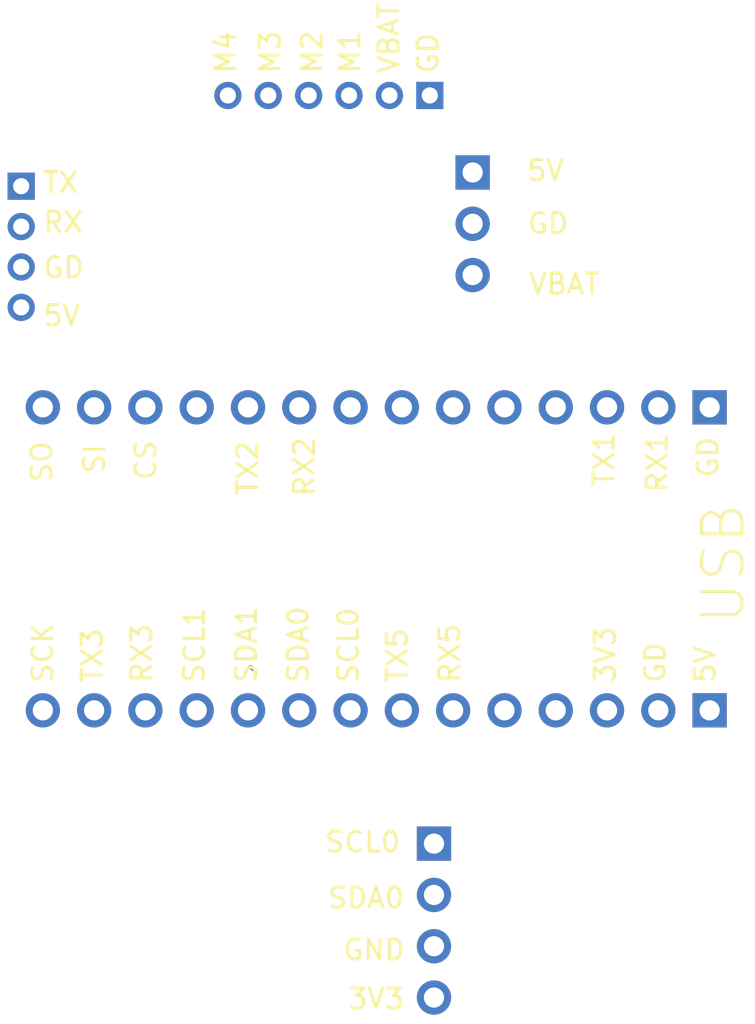
<source format=kicad_pcb>
(kicad_pcb (version 20241229) (generator "pcbnew") (generator_version "9.0")
  (layers (0 "F.Cu" signal) (2 "B.Cu" signal) (13 "F.Paste" user) (15 "B.Paste" user) (5 "F.SilkS" user "F.Silkscreen") (7 "B.SilkS" user "B.Silkscreen") (1 "F.Mask" user) (3 "B.Mask" user) (25 "Edge.Cuts" user))
  (net 0 "")
  (net 1 "/CS")
  (net 2 "/MOSI")
  (net 4 "/GND")
  (net 6 "/MISO")
  (net 7 "/3V3")
  (net 9 "/SCK")
  (net 10 "/RX1")
  (net 12 "/RX2")
  (net 15 "/TX2")
  (net 18 "/TX1")
  (net 19 "/5V")
  (net 20 "/TX5")
  (net 21 "/RX5")
  (net 22 "/RX3")
  (net 23 "/SCL1")
  (net 24 "/SDA0")
  (net 25 "/TX3")
  (net 26 "/SDA1")
  (net 27 "/SCL0")
  (net 28 "/VBAT")
  (net 29 "/M3")
  (net 30 "/M2")
  (net 31 "/M1")
  (net 32 "/M4")
  (net 33 "/TX")
  (net 34 "/RX")
  (footprint "MountingHole:MountingHole_2.5mm" (layer "F.Cu") (at 135.625 73.475)
    (property "Reference" "H1" (hide yes))
    (property "Value" "MountingHole" (hide yes))
    (pad "" np_thru_hole circle (at 0 0) (size 2.5 2.5) (drill 2.5) (layers "*.Cu" "*.Mask"))
  )
  (footprint "Connector_PinHeader_2.00mm:PinHeader_1x06_P2.00mm_Vertical" (layer "F.Cu") (at 148.144013 60.808556 -90)
    (property "Reference" "J5" (hide yes))
    (property "Value" "Conn_01x06_Pin" (hide yes))
    (pad "1" thru_hole rect (at 0 0 270) (size 1.35 1.35) (drill 0.8) (layers "*.Cu" "*.Mask") (net 4 "/GND"))
    (pad "2" thru_hole circle (at 0 2 270) (size 1.35 1.35) (drill 0.8) (layers "*.Cu" "*.Mask") (net 28 "/VBAT"))
    (pad "3" thru_hole circle (at 0 4 270) (size 1.35 1.35) (drill 0.8) (layers "*.Cu" "*.Mask") (net 31 "/M1"))
    (pad "4" thru_hole circle (at 0 6 270) (size 1.35 1.35) (drill 0.8) (layers "*.Cu" "*.Mask") (net 30 "/M2"))
    (pad "5" thru_hole circle (at 0 8 270) (size 1.35 1.35) (drill 0.8) (layers "*.Cu" "*.Mask") (net 29 "/M3"))
    (pad "6" thru_hole circle (at 0 10 270) (size 1.35 1.35) (drill 0.8) (layers "*.Cu" "*.Mask") (net 32 "/M4"))
  )
  (footprint "MountingHole:MountingHole_2.5mm" (layer "F.Cu") (at 156.125 93.975)
    (property "Reference" "H3" (hide yes))
    (property "Value" "MountingHole" (hide yes))
    (pad "" np_thru_hole circle (at -0.125 0) (size 2.5 2.5) (drill 2.5) (layers "*.Cu" "*.Mask"))
  )
  (footprint "Connector_PinHeader_2.00mm:PinHeader_1x04_P2.00mm_Vertical" (layer "F.Cu") (at 127.908715 65.299896)
    (property "Reference" "J6" (hide yes))
    (property "Value" "Conn_01x04_Socket" (hide yes))
    (pad "1" thru_hole rect (at 0 0) (size 1.35 1.35) (drill 0.8) (layers "*.Cu" "*.Mask") (net 33 "/TX"))
    (pad "2" thru_hole circle (at 0 2) (size 1.35 1.35) (drill 0.8) (layers "*.Cu" "*.Mask") (net 34 "/RX"))
    (pad "3" thru_hole circle (at 0 4) (size 1.35 1.35) (drill 0.8) (layers "*.Cu" "*.Mask") (net 4 "/GND"))
    (pad "4" thru_hole circle (at 0 6) (size 1.35 1.35) (drill 0.8) (layers "*.Cu" "*.Mask") (net 19 "/5V"))
  )
  (footprint "Connector_PinHeader_2.54mm:PinHeader_1x03_P2.54mm_Vertical" (layer "F.Cu") (at 150.265339 64.621429)
    (property "Reference" "J4" (hide yes))
    (property "Value" "Conn_01x03_Socket" (hide yes))
    (pad "1" thru_hole rect (at 0 0) (size 1.7 1.7) (drill 1) (layers "*.Cu" "*.Mask") (net 19 "/5V"))
    (pad "2" thru_hole circle (at 0 2.54) (size 1.7 1.7) (drill 1) (layers "*.Cu" "*.Mask") (net 4 "/GND"))
    (pad "3" thru_hole circle (at 0 5.08) (size 1.7 1.7) (drill 1) (layers "*.Cu" "*.Mask") (net 28 "/VBAT"))
  )
  (footprint "Connector_PinSocket_2.54mm:PinSocket_1x14_P2.54mm_Vertical" (layer "F.Cu") (at 162 76.25 -90)
    (property "Reference" "J1" (hide yes))
    (property "Value" "Conn_01x14_Socket" (hide yes))
    (pad "1" thru_hole rect (at 0 0 270) (size 1.7 1.7) (drill 1) (layers "*.Cu" "*.Mask") (net 4 "/GND"))
    (pad "2" thru_hole circle (at 0 2.54 270) (size 1.7 1.7) (drill 1) (layers "*.Cu" "*.Mask") (net 10 "/RX1"))
    (pad "3" thru_hole circle (at 0 5.08 270) (size 1.7 1.7) (drill 1) (layers "*.Cu" "*.Mask") (net 18 "/TX1"))
    (pad "4" thru_hole circle (at 0 7.62 270) (size 1.7 1.7) (drill 1) (layers "*.Cu" "*.Mask"))
    (pad "5" thru_hole circle (at 0 10.16 270) (size 1.7 1.7) (drill 1) (layers "*.Cu" "*.Mask"))
    (pad "6" thru_hole circle (at 0 12.7 270) (size 1.7 1.7) (drill 1) (layers "*.Cu" "*.Mask"))
    (pad "7" thru_hole circle (at 0 15.24 270) (size 1.7 1.7) (drill 1) (layers "*.Cu" "*.Mask"))
    (pad "8" thru_hole circle (at 0 17.78 270) (size 1.7 1.7) (drill 1) (layers "*.Cu" "*.Mask"))
    (pad "9" thru_hole circle (at 0 20.32 270) (size 1.7 1.7) (drill 1) (layers "*.Cu" "*.Mask") (net 12 "/RX2"))
    (pad "10" thru_hole circle (at 0 22.86 270) (size 1.7 1.7) (drill 1) (layers "*.Cu" "*.Mask") (net 15 "/TX2"))
    (pad "11" thru_hole circle (at 0 25.4 270) (size 1.7 1.7) (drill 1) (layers "*.Cu" "*.Mask"))
    (pad "12" thru_hole circle (at 0 27.94 270) (size 1.7 1.7) (drill 1) (layers "*.Cu" "*.Mask") (net 1 "/CS"))
    (pad "13" thru_hole circle (at 0 30.48 270) (size 1.7 1.7) (drill 1) (layers "*.Cu" "*.Mask") (net 2 "/MOSI"))
    (pad "14" thru_hole circle (at 0 33.02 270) (size 1.7 1.7) (drill 1) (layers "*.Cu" "*.Mask") (net 6 "/MISO"))
  )
  (footprint "Connector_PinHeader_2.54mm:PinHeader_1x04_P2.54mm_Vertical" (layer "F.Cu") (at 148.350146 97.849986)
    (property "Reference" "J3" (hide yes))
    (property "Value" "Conn_01x04_Socket" (hide yes))
    (pad "1" thru_hole rect (at 0 0) (size 1.7 1.7) (drill 1) (layers "*.Cu" "*.Mask") (net 27 "/SCL0"))
    (pad "2" thru_hole circle (at 0 2.54) (size 1.7 1.7) (drill 1) (layers "*.Cu" "*.Mask") (net 24 "/SDA0"))
    (pad "3" thru_hole circle (at 0 5.08) (size 1.7 1.7) (drill 1) (layers "*.Cu" "*.Mask") (net 4 "/GND"))
    (pad "4" thru_hole circle (at 0 7.62) (size 1.7 1.7) (drill 1) (layers "*.Cu" "*.Mask") (net 7 "/3V3"))
  )
  (footprint "Connector_PinSocket_2.54mm:PinSocket_1x14_P2.54mm_Vertical" (layer "F.Cu") (at 162 91.25 -90)
    (property "Reference" "J2" (hide yes))
    (property "Value" "Conn_01x14_Socket" (hide yes))
    (pad "1" thru_hole rect (at 0 0 270) (size 1.7 1.7) (drill 1) (layers "*.Cu" "*.Mask") (net 19 "/5V"))
    (pad "2" thru_hole circle (at 0 2.54 270) (size 1.7 1.7) (drill 1) (layers "*.Cu" "*.Mask") (net 4 "/GND"))
    (pad "3" thru_hole circle (at 0 5.08 270) (size 1.7 1.7) (drill 1) (layers "*.Cu" "*.Mask") (net 7 "/3V3"))
    (pad "4" thru_hole circle (at 0 7.62 270) (size 1.7 1.7) (drill 1) (layers "*.Cu" "*.Mask"))
    (pad "5" thru_hole circle (at 0 10.16 270) (size 1.7 1.7) (drill 1) (layers "*.Cu" "*.Mask"))
    (pad "6" thru_hole circle (at 0 12.7 270) (size 1.7 1.7) (drill 1) (layers "*.Cu" "*.Mask") (net 21 "/RX5"))
    (pad "7" thru_hole circle (at 0 15.24 270) (size 1.7 1.7) (drill 1) (layers "*.Cu" "*.Mask") (net 20 "/TX5"))
    (pad "8" thru_hole circle (at 0 17.78 270) (size 1.7 1.7) (drill 1) (layers "*.Cu" "*.Mask") (net 27 "/SCL0"))
    (pad "9" thru_hole circle (at 0 20.32 270) (size 1.7 1.7) (drill 1) (layers "*.Cu" "*.Mask") (net 24 "/SDA0"))
    (pad "10" thru_hole circle (at 0 22.86 270) (size 1.7 1.7) (drill 1) (layers "*.Cu" "*.Mask") (net 26 "/SDA1"))
    (pad "11" thru_hole circle (at 0 25.4 270) (size 1.7 1.7) (drill 1) (layers "*.Cu" "*.Mask") (net 23 "/SCL1"))
    (pad "12" thru_hole circle (at 0 27.94 270) (size 1.7 1.7) (drill 1) (layers "*.Cu" "*.Mask") (net 22 "/RX3"))
    (pad "13" thru_hole circle (at 0 30.48 270) (size 1.7 1.7) (drill 1) (layers "*.Cu" "*.Mask") (net 25 "/TX3"))
    (pad "14" thru_hole circle (at 0 33.02 270) (size 1.7 1.7) (drill 1) (layers "*.Cu" "*.Mask") (net 9 "/SCK"))
  )
  (footprint "MountingHole:MountingHole_2.5mm" (layer "F.Cu") (at 156.125 73.475)
    (property "Reference" "H2" (hide yes))
    (property "Value" "MountingHole" (hide yes))
    (pad "" np_thru_hole circle (at -0.125 0) (size 2.5 2.5) (drill 2.5) (layers "*.Cu" "*.Mask"))
  )
  (footprint "MountingHole:MountingHole_2.5mm" (layer "F.Cu") (at 135.625 93.975)
    (property "Reference" "H4" (hide yes))
    (property "Value" "MountingHole" (hide yes))
    (pad "" np_thru_hole circle (at 0 0) (size 2.5 2.5) (drill 2.5) (layers "*.Cu" "*.Mask"))
  )
  (gr_text "SCK" (at 129.562997 89.98 90) (layer "F.SilkS") (effects (font (size 1 1)) (justify left bottom)))
  (gr_text "SDA0" (at 142.212997 89.98 90) (layer "F.SilkS") (effects (font (size 1 1)) (justify left bottom)))
  (gr_text "3V3" (at 157.412997 89.98 90) (layer "F.SilkS") (effects (font (size 1 1)) (justify left bottom)))
  (gr_text "SCL0" (at 144.687997 89.98 90) (layer "F.SilkS") (effects (font (size 1 1)) (justify left bottom)))
  (gr_text "TX2" (at 139.713521 80.691875 90) (layer "F.SilkS") (effects (font (size 1 1)) (justify left bottom)))
  (gr_text "TX5" (at 147.112997 89.98 90) (layer "F.SilkS") (effects (font (size 1 1)) (justify left bottom)))
  (gr_text "5V" (at 128.908715 72.299896 0) (layer "F.SilkS") (effects (font (size 1 1)) (justify left bottom)))
  (gr_text "CS" (at 134.663521 79.941875 90) (layer "F.SilkS") (effects (font (size 1 1)) (justify left bottom)))
  (gr_text "USB" (at 163.851644 87.088137 90) (layer "F.SilkS") (effects (font (size 2 2)) (justify left bottom)))
  (gr_text "RX2" (at 142.513521 80.741875 90) (layer "F.SilkS") (effects (font (size 1 1)) (justify left bottom)))
  (gr_text "M3" (at 140.817033 59.808556 90) (layer "F.SilkS") (effects (font (size 1 1)) (justify left bottom)))
  (gr_text "SCL0" (at 142.857824 98.3599 0) (layer "F.SilkS") (effects (font (size 1 1)) (justify left bottom)))
  (gr_text "TX" (at 128.908715 65.702803 0) (layer "F.SilkS") (effects (font (size 1 1)) (justify left bottom)))
  (gr_text "VBAT" (at 152.974597 70.729429 0) (layer "F.SilkS") (effects (font (size 1 1)) (justify left bottom)))
  (gr_text "SDA0" (at 143.000734 101.122829 0) (layer "F.SilkS") (effects (font (size 1 1)) (justify left bottom)))
  (gr_text "RX1" (at 159.981732 80.537415 90) (layer "F.SilkS") (effects (font (size 1 1)) (justify left bottom)))
  (gr_text "GD" (at 162.506732 79.812415 90) (layer "F.SilkS") (effects (font (size 1 1)) (justify left bottom)))
  (gr_text "TX3" (at 132.012997 89.98 90) (layer "F.SilkS") (effects (font (size 1 1)) (justify left bottom)))
  (gr_text "TX1" (at 157.356732 80.262415 90) (layer "F.SilkS") (effects (font (size 1 1)) (justify left bottom)))
  (gr_text "RX" (at 128.908715 67.677518 0) (layer "F.SilkS") (effects (font (size 1 1)) (justify left bottom)))
  (gr_text "GD" (at 128.908715 69.919087 0) (layer "F.SilkS") (effects (font (size 1 1)) (justify left bottom)))
  (gr_text "SI" (at 132.113521 79.616875 90) (layer "F.SilkS") (effects (font (size 1 1)) (justify left bottom)))
  (gr_text "GD" (at 148.644013 59.808556 90) (layer "F.SilkS") (effects (font (size 1 1)) (justify left bottom)))
  (gr_text "SDA1" (at 139.637997 89.98 90) (layer "F.SilkS") (effects (font (size 1 1)) (justify left bottom)))
  (gr_text "VBAT" (at 146.700781 59.808556 90) (layer "F.SilkS") (effects (font (size 1 1)) (justify left bottom)))
  (gr_text "5V" (at 152.864398 65.11592 0) (layer "F.SilkS") (effects (font (size 1 1)) (justify left bottom)))
  (gr_text "GD" (at 152.904095 67.735939 0) (layer "F.SilkS") (effects (font (size 1 1)) (justify left bottom)))
  (gr_text "3V3" (at 144.001105 106.124683 0) (layer "F.SilkS") (effects (font (size 1 1)) (justify left bottom)))
  (gr_text "RX3" (at 134.462997 89.98 90) (layer "F.SilkS") (effects (font (size 1 1)) (justify left bottom)))
  (gr_text "SO" (at 129.513521 80.041875 90) (layer "F.SilkS") (effects (font (size 1 1)) (justify left bottom)))
  (gr_text "GND" (at 143.762922 103.695211 0) (layer "F.SilkS") (effects (font (size 1 1)) (justify left bottom)))
  (gr_text "5V" (at 162.362997 89.98 90) (layer "F.SilkS") (effects (font (size 1 1)) (justify left bottom)))
  (gr_text "M4" (at 138.593255 59.808556 90) (layer "F.SilkS") (effects (font (size 1 1)) (justify left bottom)))
  (gr_text "GD" (at 159.887997 89.98 90) (layer "F.SilkS") (effects (font (size 1 1)) (justify left bottom)))
  (gr_text "M2" (at 142.894013 59.808556 90) (layer "F.SilkS") (effects (font (size 1 1)) (justify left bottom)))
  (gr_text "SCL1" (at 137.062997 89.98 90) (layer "F.SilkS") (effects (font (size 1 1)) (justify left bottom)))
  (gr_text "RX5" (at 149.712997 89.98 90) (layer "F.SilkS") (effects (font (size 1 1)) (justify left bottom)))
  (gr_text "M1" (at 144.754975 59.808556 90) (layer "F.SilkS") (effects (font (size 1 1)) (justify left bottom)))
  (segment (start 139.297997 89.115) (end 139.387997 89.205) (width 0.2) (layer "B.Cu") (net 0))
  (segment (start 139.237997 89.115) (end 139.297997 89.115) (width 0.2) (layer "B.Cu") (net 0))
)
</source>
